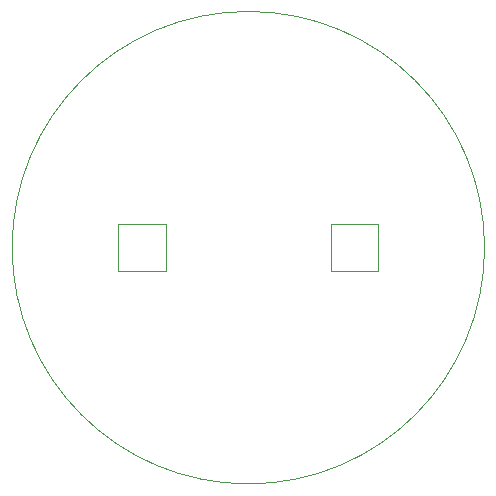
<source format=gbr>
%TF.GenerationSoftware,KiCad,Pcbnew,8.0.5*%
%TF.CreationDate,2024-12-17T18:51:12+10:00*%
%TF.ProjectId,windVane,77696e64-5661-46e6-952e-6b696361645f,rev?*%
%TF.SameCoordinates,Original*%
%TF.FileFunction,Profile,NP*%
%FSLAX46Y46*%
G04 Gerber Fmt 4.6, Leading zero omitted, Abs format (unit mm)*
G04 Created by KiCad (PCBNEW 8.0.5) date 2024-12-17 18:51:12*
%MOMM*%
%LPD*%
G01*
G04 APERTURE LIST*
%TA.AperFunction,Profile*%
%ADD10C,0.050000*%
%TD*%
G04 APERTURE END LIST*
D10*
X157000000Y-99000000D02*
X161000000Y-99000000D01*
X161000000Y-103000000D01*
X157000000Y-103000000D01*
X157000000Y-99000000D01*
X170000000Y-101000000D02*
G75*
G02*
X130000000Y-101000000I-20000000J0D01*
G01*
X130000000Y-101000000D02*
G75*
G02*
X170000000Y-101000000I20000000J0D01*
G01*
X139000000Y-99000000D02*
X143000000Y-99000000D01*
X143000000Y-103000000D01*
X139000000Y-103000000D01*
X139000000Y-99000000D01*
M02*

</source>
